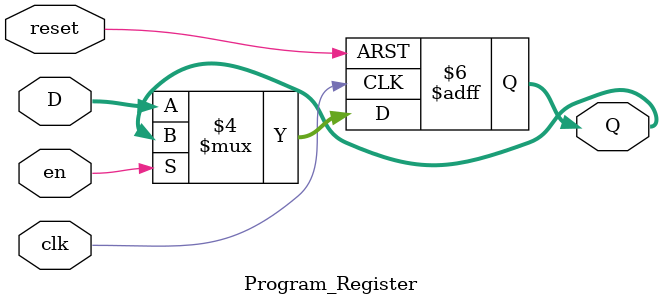
<source format=v>
`timescale 1ns / 1ps
module Program_Register(
				input wire clk,	
				input wire reset,
				input wire en,
				input wire [31:0]D,
				output reg [31:0]Q
		 );


	//always@(posedge clk or negedge reset) begin

	always@(posedge clk or posedge reset) 
	begin	
		if (reset)
			Q <= 32'h0;
		else if (en == 1'b1)
			Q <= Q;
		else
			Q <= D; 
	end

endmodule

</source>
